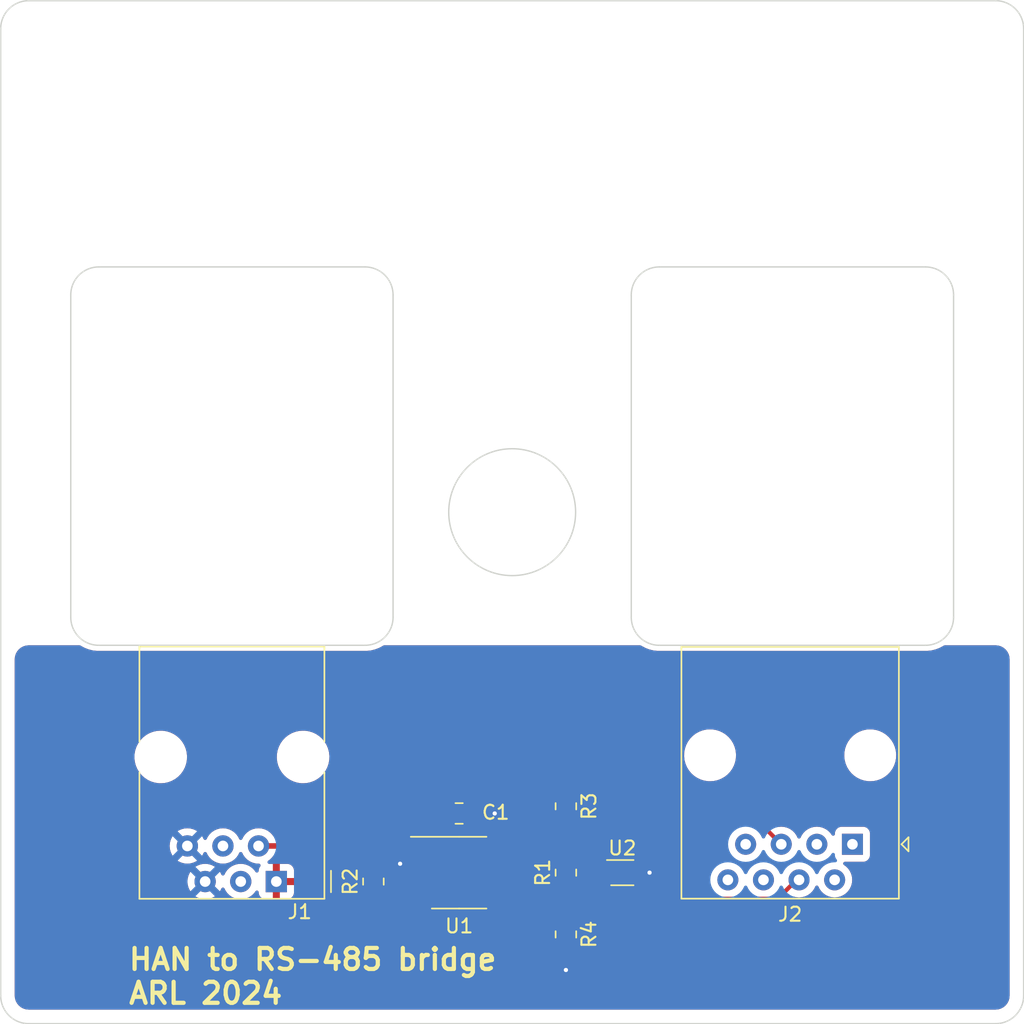
<source format=kicad_pcb>
(kicad_pcb (version 20221018) (generator pcbnew)
  (layers (0 "F.Cu" signal) (31 "B.Cu" signal) (34 "B.Paste" user) (35 "F.Paste" user) (36 "B.SilkS" user "B.Silkscreen") (37 "F.SilkS" user "F.Silkscreen") (38 "B.Mask" user) (39 "F.Mask" user) (44 "Edge.Cuts" user))
  (net 0 "")
  (net 1 "+5V")
  (net 2 "GND")
  (net 3 "Net-(U1-DI)")
  (net 13 "A'")
  (net 14 "B'")
  (net 15 "A")
  (net 16 "B")
  (footprint "Resistor_SMD:R_0805_2012Metric" (layer "F.Cu") (at 140.335 99.225 90)
    (fp_text reference "R1" (at 0 -1.65 90) (layer "F.SilkS"))
    (fp_text value "120R" hide)
    (fp_line (start -0.227064 -0.735) (end 0.227064 -0.735) (stroke (width 0.12)) (layer "F.SilkS"))
    (fp_line (start -0.227064 0.735) (end 0.227064 0.735) (stroke (width 0.12)) (layer "F.SilkS"))
    (pad "1" smd roundrect locked (at -0.9125 0 90) (size 1.025 1.4) (layers "F.Cu" "F.Paste" "F.Mask") (roundrect_rratio 0.243902439) (net 15 "A"))
    (pad "2" smd roundrect locked (at 0.9125 0 90) (size 1.025 1.4) (layers "F.Cu" "F.Paste" "F.Mask") (roundrect_rratio 0.243902439) (net 16 "B"))
  )
  (footprint "Connector_RJ:RJ45_Amphenol_54602-x08_Horizontal" (layer "F.Cu") (at 160.7825 97.2 180)
    (fp_text reference "J2" (at 4.445 -5) (layer "F.SilkS"))
    (fp_text value "RJ45" hide)
    (fp_line (start -4 -0.5) (end -4 0.5) (stroke (width 0.12)) (layer "F.SilkS"))
    (fp_line (start -4 0.5) (end -3.5 0) (stroke (width 0.12)) (layer "F.SilkS"))
    (fp_line (start -3.5 0) (end -4 -0.5) (stroke (width 0.12)) (layer "F.SilkS"))
    (fp_line (start -3.315 -3.88) (end -3.315 14.08) (stroke (width 0.12)) (layer "F.SilkS"))
    (fp_line (start -3.315 14.08) (end 12.205 14.08) (stroke (width 0.12)) (layer "F.SilkS"))
    (fp_line (start 12.205 -3.88) (end -3.315 -3.88) (stroke (width 0.12)) (layer "F.SilkS"))
    (fp_line (start 12.205 -3.88) (end 12.205 14.08) (stroke (width 0.12)) (layer "F.SilkS"))
    (pad "" np_thru_hole circle locked (at -1.27 6.35 180) (size 3.2 3.2) (drill 3.2) (layers "*.Cu" "*.Mask"))
    (pad "" np_thru_hole circle locked (at 10.16 6.35 180) (size 3.2 3.2) (drill 3.2) (layers "*.Cu" "*.Mask"))
    (pad "1" thru_hole rect locked (at 0 0 180) (size 1.5 1.5) (drill 0.76) (layers "*.Cu" "*.Mask"))
    (pad "2" thru_hole circle locked (at 1.27 -2.54 180) (size 1.5 1.5) (drill 0.76) (layers "*.Cu" "*.Mask"))
    (pad "3" thru_hole circle locked (at 2.54 0 180) (size 1.5 1.5) (drill 0.76) (layers "*.Cu" "*.Mask"))
    (pad "4" thru_hole circle locked (at 3.81 -2.54 180) (size 1.5 1.5) (drill 0.76) (layers "*.Cu" "*.Mask") (net 13 "A'"))
    (pad "5" thru_hole circle locked (at 5.08 0 180) (size 1.5 1.5) (drill 0.76) (layers "*.Cu" "*.Mask") (net 14 "B'"))
    (pad "6" thru_hole circle locked (at 6.35 -2.54 180) (size 1.5 1.5) (drill 0.76) (layers "*.Cu" "*.Mask"))
    (pad "7" thru_hole circle locked (at 7.62 0 180) (size 1.5 1.5) (drill 0.76) (layers "*.Cu" "*.Mask"))
    (pad "8" thru_hole circle locked (at 8.89 -2.54 180) (size 1.5 1.5) (drill 0.76) (layers "*.Cu" "*.Mask"))
  )
  (footprint "Resistor_SMD:R_0805_2012Metric" (layer "F.Cu") (at 126.5975 99.86 90)
    (fp_text reference "R2" (at 0 -1.65 90) (layer "F.SilkS"))
    (fp_text value "10k" hide)
    (fp_line (start -0.227064 -0.735) (end 0.227064 -0.735) (stroke (width 0.12)) (layer "F.SilkS"))
    (fp_line (start -0.227064 0.735) (end 0.227064 0.735) (stroke (width 0.12)) (layer "F.SilkS"))
    (pad "1" smd roundrect (at -0.9125 0 90) (size 1.025 1.4) (layers "F.Cu" "F.Paste" "F.Mask") (roundrect_rratio 0.243902439) (net 3 "Net-(U1-DI)"))
    (pad "2" smd roundrect (at 0.9125 0 90) (size 1.025 1.4) (layers "F.Cu" "F.Paste" "F.Mask") (roundrect_rratio 0.243902439) (net 1 "+5V"))
  )
  (footprint "Package_TO_SOT_SMD:SOT-666" (layer "F.Cu") (at 144.36 99.225)
    (fp_text reference "U2" (at 0 -1.75) (layer "F.SilkS"))
    (fp_text value "USBLC6-2P6")
    (fp_line (start -0.8 0.9) (end 0.8 0.9) (stroke (width 0.12)) (layer "F.SilkS"))
    (fp_line (start 0.8 -0.9) (end -1.1 -0.9) (stroke (width 0.12)) (layer "F.SilkS"))
    (pad "1" smd rect (at -0.85 -0.5375) (size 0.5 0.375) (layers "F.Cu" "F.Paste" "F.Mask") (net 16 "B"))
    (pad "2" smd rect (at -0.925 0) (size 0.65 0.3) (layers "F.Cu" "F.Paste" "F.Mask") (net 2 "GND"))
    (pad "3" smd rect (at -0.85 0.5375) (size 0.5 0.375) (layers "F.Cu" "F.Paste" "F.Mask") (net 15 "A"))
    (pad "4" smd rect (at 0.85 0.5375) (size 0.5 0.375) (layers "F.Cu" "F.Paste" "F.Mask") (net 13 "A'"))
    (pad "5" smd rect (at 0.925 0) (size 0.65 0.3) (layers "F.Cu" "F.Paste" "F.Mask") (net 1 "+5V"))
    (pad "6" smd rect (at 0.85 -0.5375) (size 0.5 0.375) (layers "F.Cu" "F.Paste" "F.Mask") (net 14 "B'"))
  )
  (footprint "Resistor_SMD:R_0805_2012Metric" (layer "F.Cu") (at 140.335 94.488 -90)
    (fp_text reference "R3" (at 0 -1.65 90) (layer "F.SilkS"))
    (fp_text value "4k7")
    (fp_line (start -0.227064 -0.735) (end 0.227064 -0.735) (stroke (width 0.12)) (layer "F.SilkS"))
    (fp_line (start -0.227064 0.735) (end 0.227064 0.735) (stroke (width 0.12)) (layer "F.SilkS"))
    (pad "1" smd roundrect (at -0.9125 0 270) (size 1.025 1.4) (layers "F.Cu" "F.Paste" "F.Mask") (roundrect_rratio 0.243902439) (net 2 "GND"))
    (pad "2" smd roundrect (at 0.9125 0 270) (size 1.025 1.4) (layers "F.Cu" "F.Paste" "F.Mask") (roundrect_rratio 0.243902439) (net 16 "B"))
  )
  (footprint "Package_SO:SOIC-8_3.9x4.9mm_P1.27mm" (layer "F.Cu") (at 132.715 99.225)
    (fp_text reference "U1" (at 0 3.81) (layer "F.SilkS"))
    (fp_text value "MAX485E" hide)
    (fp_line (start 0 -2.56) (end -3.45 -2.56) (stroke (width 0.12)) (layer "F.SilkS"))
    (fp_line (start 0 -2.56) (end 1.95 -2.56) (stroke (width 0.12)) (layer "F.SilkS"))
    (fp_line (start 0 2.56) (end -1.95 2.56) (stroke (width 0.12)) (layer "F.SilkS"))
    (fp_line (start 0 2.56) (end 1.95 2.56) (stroke (width 0.12)) (layer "F.SilkS"))
    (pad "1" smd roundrect (at -2.475 -1.905) (size 1.95 0.6) (layers "F.Cu" "F.Paste" "F.Mask"))
    (pad "2" smd roundrect (at -2.475 -0.635) (size 1.95 0.6) (layers "F.Cu" "F.Paste" "F.Mask") (net 1 "+5V"))
    (pad "3" smd roundrect (at -2.475 0.635) (size 1.95 0.6) (layers "F.Cu" "F.Paste" "F.Mask") (net 1 "+5V"))
    (pad "4" smd roundrect (at -2.475 1.905) (size 1.95 0.6) (layers "F.Cu" "F.Paste" "F.Mask") (net 3 "Net-(U1-DI)"))
    (pad "5" smd roundrect (at 2.475 1.905) (size 1.95 0.6) (layers "F.Cu" "F.Paste" "F.Mask") (net 2 "GND"))
    (pad "6" smd roundrect (at 2.475 0.635) (size 1.95 0.6) (layers "F.Cu" "F.Paste" "F.Mask") (net 15 "A"))
    (pad "7" smd roundrect (at 2.475 -0.635) (size 1.95 0.6) (layers "F.Cu" "F.Paste" "F.Mask") (net 16 "B"))
    (pad "8" smd roundrect (at 2.475 -1.905) (size 1.95 0.6) (layers "F.Cu" "F.Paste" "F.Mask") (net 1 "+5V"))
  )
  (footprint "Connector_RJ:RJ12_Amphenol_54601" (layer "F.Cu") (at 119.67 99.86 180)
    (fp_text reference "J1" (at -1.67 -2.16) (layer "F.SilkS"))
    (fp_text value "RJ12" hide)
    (fp_line (start -3.9 0.77) (end -3.9 -0.76) (stroke (width 0.12)) (layer "F.SilkS"))
    (fp_line (start -3.43 -1.23) (end 9.77 -1.23) (stroke (width 0.12)) (layer "F.SilkS"))
    (fp_line (start -3.43 7.72) (end -3.43 7.79) (stroke (width 0.1)) (layer "F.SilkS"))
    (fp_line (start -3.43 7.79) (end -3.43 -1.23) (stroke (width 0.12)) (layer "F.SilkS"))
    (fp_line (start -3.43 16.77) (end -3.43 9.99) (stroke (width 0.12)) (layer "F.SilkS"))
    (fp_line (start 9.77 -1.23) (end 9.77 7.79) (stroke (width 0.12)) (layer "F.SilkS"))
    (fp_line (start 9.77 16.65) (end 9.77 16.77) (stroke (width 0.1)) (layer "F.SilkS"))
    (fp_line (start 9.77 16.76) (end 9.77 16.77) (stroke (width 0.1)) (layer "F.SilkS"))
    (fp_line (start 9.77 16.77) (end -3.43 16.77) (stroke (width 0.12)) (layer "F.SilkS"))
    (fp_line (start 9.77 16.77) (end 9.77 9.99) (stroke (width 0.12)) (layer "F.SilkS"))
    (pad "" np_thru_hole circle locked (at -1.91 8.89 180) (size 3.25 3.25) (drill 3.25) (layers "*.Cu" "*.Mask"))
    (pad "" np_thru_hole circle locked (at 8.25 8.89 180) (size 3.25 3.25) (drill 3.25) (layers "*.Cu" "*.Mask"))
    (pad "1" thru_hole rect locked (at 0 0 180) (size 1.52 1.52) (drill 0.76) (layers "*.Cu" "*.Mask") (net 2 "GND"))
    (pad "2" thru_hole circle locked (at 1.27 2.54 180) (size 1.52 1.52) (drill 0.76) (layers "*.Cu" "*.Mask") (net 3 "Net-(U1-DI)"))
    (pad "3" thru_hole circle locked (at 2.54 0 180) (size 1.52 1.52) (drill 0.76) (layers "*.Cu" "*.Mask"))
    (pad "4" thru_hole circle locked (at 3.81 2.54 180) (size 1.52 1.52) (drill 0.76) (layers "*.Cu" "*.Mask"))
    (pad "5" thru_hole circle locked (at 5.08 0 180) (size 1.52 1.52) (drill 0.76) (layers "*.Cu" "*.Mask") (net 1 "+5V"))
    (pad "6" thru_hole circle locked (at 6.35 2.54 180) (size 1.52 1.52) (drill 0.76) (layers "*.Cu" "*.Mask") (net 1 "+5V"))
  )
  (footprint "Capacitor_SMD:C_0805_2012Metric_Pad1.18x1.45mm_HandSolder" (layer "F.Cu") (at 132.715 95 180)
    (fp_text reference "C1" (at -2.61 0.075) (layer "F.SilkS"))
    (fp_text value "100n" hide)
    (fp_line (start -0.261252 -0.735) (end 0.261252 -0.735) (stroke (width 0.12)) (layer "F.SilkS"))
    (fp_line (start -0.261252 0.735) (end 0.261252 0.735) (stroke (width 0.12)) (layer "F.SilkS"))
    (pad "1" smd roundrect (at -1.0375 0 180) (size 1.175 1.45) (layers "F.Cu" "F.Paste" "F.Mask") (roundrect_rratio 0.2127659574) (net 1 "+5V"))
    (pad "2" smd roundrect (at 1.0375 0 180) (size 1.175 1.45) (layers "F.Cu" "F.Paste" "F.Mask") (roundrect_rratio 0.2127659574) (net 2 "GND"))
  )
  (footprint "Resistor_SMD:R_0805_2012Metric" (layer "F.Cu") (at 140.335 103.632 -90)
    (fp_text reference "R4" (at 0 -1.65 90) (layer "F.SilkS"))
    (fp_text value "4k7")
    (fp_line (start -0.227064 -0.735) (end 0.227064 -0.735) (stroke (width 0.12)) (layer "F.SilkS"))
    (fp_line (start -0.227064 0.735) (end 0.227064 0.735) (stroke (width 0.12)) (layer "F.SilkS"))
    (pad "1" smd roundrect (at -0.9125 0 270) (size 1.025 1.4) (layers "F.Cu" "F.Paste" "F.Mask") (roundrect_rratio 0.243902439) (net 15 "A"))
    (pad "2" smd roundrect (at 0.9125 0 270) (size 1.025 1.4) (layers "F.Cu" "F.Paste" "F.Mask") (roundrect_rratio 0.243902439) (net 1 "+5V"))
  )
  (gr_line (start 173 39) (end 173 108) (stroke (width 0.1)) (layer "Edge.Cuts"))
  (gr_arc (start 168 81) (mid 167.414214 82.414214) (end 166 83) (stroke (width 0.1)) (layer "Edge.Cuts"))
  (gr_arc (start 100 39) (mid 100.585786 37.585786) (end 102 37) (stroke (width 0.1)) (layer "Edge.Cuts"))
  (gr_line (start 102 37) (end 171 37) (stroke (width 0.1)) (layer "Edge.Cuts"))
  (gr_line (start 147 56) (end 166 56) (stroke (width 0.1)) (layer "Edge.Cuts"))
  (gr_line (start 100 108) (end 100 39) (stroke (width 0.1)) (layer "Edge.Cuts"))
  (gr_arc (start 126 56) (mid 127.414214 56.585786) (end 128 58) (stroke (width 0.1)) (layer "Edge.Cuts"))
  (gr_line (start 126 83) (end 107 83) (stroke (width 0.1)) (layer "Edge.Cuts"))
  (gr_arc (start 166 56) (mid 167.414214 56.585786) (end 168 58) (stroke (width 0.1)) (layer "Edge.Cuts"))
  (gr_arc (start 173 108) (mid 172.414214 109.414214) (end 171 110) (stroke (width 0.1)) (layer "Edge.Cuts"))
  (gr_arc (start 171 37) (mid 172.414214 37.585786) (end 173 39) (stroke (width 0.1)) (layer "Edge.Cuts"))
  (gr_line (start 171 110) (end 102 110) (stroke (width 0.1)) (layer "Edge.Cuts"))
  (gr_arc (start 105 58) (mid 105.585786 56.585786) (end 107 56) (stroke (width 0.1)) (layer "Edge.Cuts"))
  (gr_line (start 107 56) (end 126 56) (stroke (width 0.1)) (layer "Edge.Cuts"))
  (gr_arc (start 145 58) (mid 145.585786 56.585786) (end 147 56) (stroke (width 0.1)) (layer "Edge.Cuts"))
  (gr_line (start 128 58) (end 128 81) (stroke (width 0.1)) (layer "Edge.Cuts"))
  (gr_arc (start 128 81) (mid 127.414214 82.414214) (end 126 83) (stroke (width 0.1)) (layer "Edge.Cuts"))
  (gr_line (start 166 83) (end 147 83) (stroke (width 0.1)) (layer "Edge.Cuts"))
  (gr_line (start 168 58) (end 168 81) (stroke (width 0.1)) (layer "Edge.Cuts"))
  (gr_circle (center 136.5 73.5) (end 141 74) (stroke (width 0.1)) (fill none) (layer "Edge.Cuts"))
  (gr_line (start 145 81) (end 145 58) (stroke (width 0.1)) (layer "Edge.Cuts"))
  (gr_arc (start 107 83) (mid 105.585786 82.414214) (end 105 81) (stroke (width 0.1)) (layer "Edge.Cuts"))
  (gr_line (start 105 81) (end 105 58) (stroke (width 0.1)) (layer "Edge.Cuts"))
  (gr_arc (start 147 83) (mid 145.585786 82.414214) (end 145 81) (stroke (width 0.1)) (layer "Edge.Cuts"))
  (gr_arc (start 102 110) (mid 100.585786 109.414214) (end 100 108) (stroke (width 0.1)) (layer "Edge.Cuts"))
  (gr_text "HAN to RS-485 bridge\nARL 2024" (at 109 108.712) (layer "F.SilkS") (effects (font (size 1.5 1.5) (thickness 0.3) bold) (justify left bottom)))
  (segment (start 140.335 104.5445) (end 140.335 106.172) (width 0.3) (layer "F.Cu") (net 1))
  (segment (start 145.285 99.225) (end 146.304 99.225) (width 0.3) (layer "F.Cu") (net 1))
  (segment (start 128.145 98.9475) (end 128.5025 98.59) (width 0.4) (layer "F.Cu") (net 1))
  (segment (start 126.5975 98.9475) (end 128.145 98.9475) (width 0.4) (layer "F.Cu") (net 1))
  (segment (start 130.24 98.59) (end 130.24 99.86) (width 0.4) (layer "F.Cu") (net 1))
  (segment (start 133.7525 95) (end 135.255 95) (width 0.5) (layer "F.Cu") (net 1))
  (segment (start 128.5025 98.59) (end 130.24 98.59) (width 0.4) (layer "F.Cu") (net 1))
  (segment (start 135.19 97.32) (end 135.19 95) (width 0.4) (layer "F.Cu") (net 1))
  (segment (start 140.208 106.172) (end 140.335 106.045) (width 0.3) (layer "F.Cu") (net 1))
  (via (at 128.5025 98.59) (size 0.56) (drill 0.3) (layers "F.Cu" "B.Cu") (net 1))
  (via (at 135.255 95) (size 0.56) (drill 0.3) (layers "F.Cu" "B.Cu") (net 1))
  (via (at 146.304 99.225) (size 0.56) (drill 0.3) (layers "F.Cu" "B.Cu") (net 1))
  (via (at 140.335 106.172) (size 0.56) (drill 0.3) (layers "F.Cu" "B.Cu") (net 1))
  (segment (start 144.272 99.063) (end 144.11 99.225) (width 0.3) (layer "F.Cu") (net 2))
  (segment (start 144.272 99.387) (end 144.272 100.584) (width 0.3) (layer "F.Cu") (net 2))
  (segment (start 143.435 99.225) (end 144.11 99.225) (width 0.3) (layer "F.Cu") (net 2))
  (segment (start 144.272 99.063) (end 144.272 98.044) (width 0.3) (layer "F.Cu") (net 2))
  (segment (start 144.11 99.225) (end 144.272 99.387) (width 0.3) (layer "F.Cu") (net 2))
  (segment (start 126.5975 100.7725) (end 128.145 100.7725) (width 0.4) (layer "F.Cu") (net 3))
  (segment (start 121.885 97.32) (end 125.3375 100.7725) (width 0.4) (layer "F.Cu") (net 3))
  (segment (start 128.145 100.7725) (end 128.5025 101.13) (width 0.4) (layer "F.Cu") (net 3))
  (segment (start 118.4 97.32) (end 121.885 97.32) (width 0.4) (layer "F.Cu") (net 3))
  (segment (start 128.5025 101.13) (end 130.24 101.13) (width 0.4) (layer "F.Cu") (net 3))
  (segment (start 125.3375 100.7725) (end 126.5975 100.7725) (width 0.4) (layer "F.Cu") (net 3))
  (segment (start 145.7365 99.7625) (end 145.21 99.7625) (width 0.3) (layer "F.Cu") (net 13))
  (segment (start 156.9725 99.74) (end 156.8 99.74) (width 0.3) (layer "F.Cu") (net 13))
  (segment (start 147.066 101.092) (end 145.7365 99.7625) (width 0.3) (layer "F.Cu") (net 13))
  (segment (start 155.448 101.092) (end 147.066 101.092) (width 0.3) (layer "F.Cu") (net 13))
  (segment (start 156.8 99.74) (end 155.448 101.092) (width 0.3) (layer "F.Cu") (net 13))
  (segment (start 156.058846 97.32) (end 155.7025 97.32) (width 0.4) (layer "F.Cu") (net 14))
  (segment (start 149.606 98.298) (end 152.146 95.758) (width 0.3) (layer "F.Cu") (net 14))
  (segment (start 154.2605 95.758) (end 155.7025 97.2) (width 0.3) (layer "F.Cu") (net 14))
  (segment (start 145.9145 98.6875) (end 146.304 98.298) (width 0.3) (layer "F.Cu") (net 14))
  (segment (start 152.146 95.758) (end 154.2605 95.758) (width 0.3) (layer "F.Cu") (net 14))
  (segment (start 146.304 98.298) (end 149.606 98.298) (width 0.3) (layer "F.Cu") (net 14))
  (segment (start 145.21 98.6875) (end 145.9145 98.6875) (width 0.3) (layer "F.Cu") (net 14))
  (segment (start 140.335 102.7195) (end 140.335 100.1375) (width 0.3) (layer "F.Cu") (net 15))
  (segment (start 137.9835 100.1375) (end 137.706 99.86) (width 0.3) (layer "F.Cu") (net 15))
  (segment (start 143.15575 99.7625) (end 142.78075 100.1375) (width 0.3) (layer "F.Cu") (net 15))
  (segment (start 143.51 99.7625) (end 143.15575 99.7625) (width 0.3) (layer "F.Cu") (net 15))
  (segment (start 140.335 100.1375) (end 137.9835 100.1375) (width 0.3) (layer "F.Cu") (net 15))
  (segment (start 142.78075 100.1375) (end 140.335 100.1375) (width 0.3) (layer "F.Cu") (net 15))
  (segment (start 137.706 99.86) (end 135.19 99.86) (width 0.3) (layer "F.Cu") (net 15))
  (segment (start 135.19 98.59) (end 137.63 98.59) (width 0.3) (layer "F.Cu") (net 16))
  (segment (start 143.1375 98.6875) (end 142.7625 98.3125) (width 0.3) (layer "F.Cu") (net 16))
  (segment (start 137.922 98.298) (end 140.3205 98.298) (width 0.3) (layer "F.Cu") (net 16))
  (segment (start 143.51 98.6875) (end 143.1375 98.6875) (width 0.3) (layer "F.Cu") (net 16))
  (segment (start 142.7625 98.3125) (end 140.335 98.3125) (width 0.3) (layer "F.Cu") (net 16))
  (segment (start 140.3205 98.298) (end 140.335 98.3125) (width 0.3) (layer "F.Cu") (net 16))
  (segment (start 137.63 98.59) (end 137.922 98.298) (width 0.3) (layer "F.Cu") (net 16))
  (segment (start 140.335 95.4005) (end 140.335 98.3125) (width 0.3) (layer "F.Cu") (net 16))
  (zone (net 2) (net_name "GND") (layer "F.Cu") (connect_pads (clearance 0.5)) (min_thickness 0.25) (fill yes (thermal_gap 0.5) (thermal_bridge_width 0.5) (smoothing fillet) (radius 1))
    (polygon (pts (xy 101 83) (xy 172 83) (xy 172 109) (xy 101 109)))
  )
  (zone (net 1) (net_name "+5V") (layer "B.Cu") (priority 1) (connect_pads (clearance 0.5)) (min_thickness 0.25) (fill yes (thermal_gap 0.5) (thermal_bridge_width 0.5) (smoothing fillet) (radius 1))
    (polygon (pts (xy 101 83) (xy 172 83) (xy 172 109) (xy 101 109)))
  )
)
</source>
